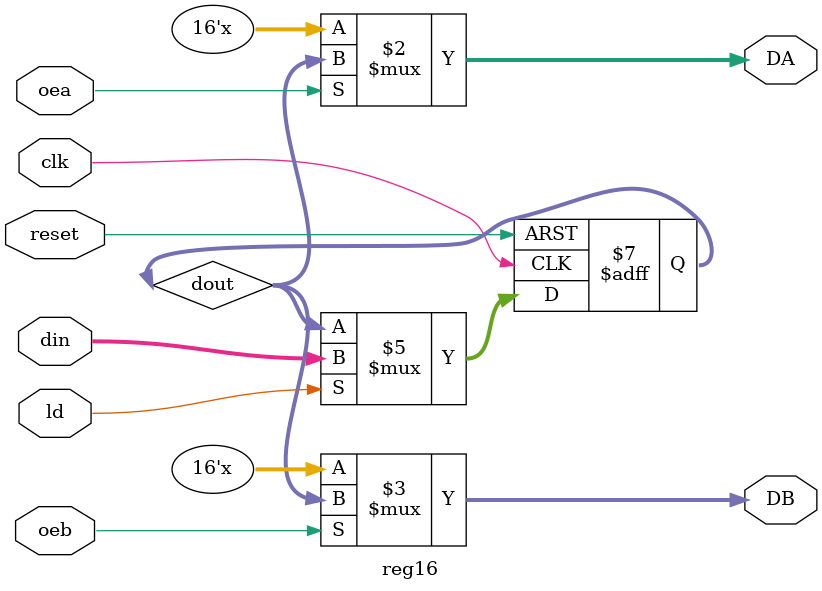
<source format=v>
`timescale 1ns / 1ps

module reg16(clk, reset, ld, din, DA, DB, oea, oeb);
	input 			clk, reset, ld, oea, oeb;
	input  [15:0] 	din;
	output [15:0] 	DA, DB;
	reg	 [15:0]	dout; 
	
	//An internal register.
	
	//Behavioral section for writing to the register
	always @(posedge clk or posedge reset) begin
		if (reset)
			dout <= 16'b0;
		else 
			if(ld)
					dout <= din;
			else 	dout <= dout;
	end
	//when the output enable is on for A 
	//DA becomes Dout otherwise it is in hight
	//impedence
	//same rule apply for DB
	assign DA = oea ? dout : 16'hz;
	assign DB = oeb ? dout : 16'hz;
	
endmodule

</source>
